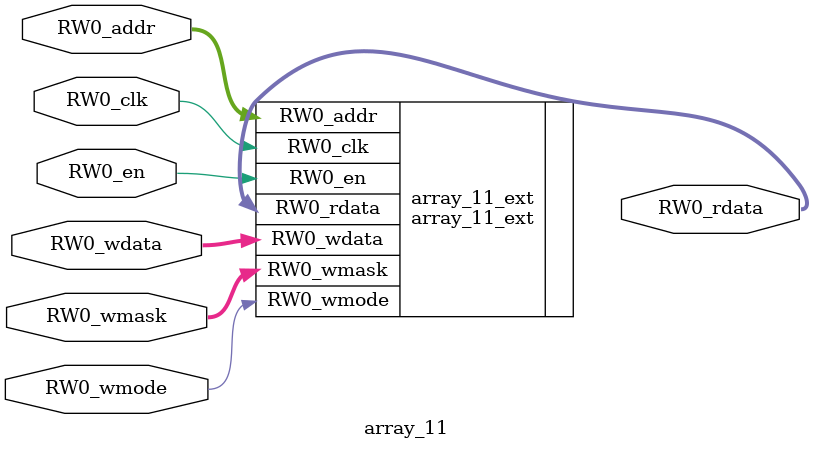
<source format=sv>
`ifndef RANDOMIZE
  `ifdef RANDOMIZE_MEM_INIT
    `define RANDOMIZE
  `endif // RANDOMIZE_MEM_INIT
`endif // not def RANDOMIZE
`ifndef RANDOMIZE
  `ifdef RANDOMIZE_REG_INIT
    `define RANDOMIZE
  `endif // RANDOMIZE_REG_INIT
`endif // not def RANDOMIZE

`ifndef RANDOM
  `define RANDOM $random
`endif // not def RANDOM

// Users can define INIT_RANDOM as general code that gets injected into the
// initializer block for modules with registers.
`ifndef INIT_RANDOM
  `define INIT_RANDOM
`endif // not def INIT_RANDOM

// If using random initialization, you can also define RANDOMIZE_DELAY to
// customize the delay used, otherwise 0.002 is used.
`ifndef RANDOMIZE_DELAY
  `define RANDOMIZE_DELAY 0.002
`endif // not def RANDOMIZE_DELAY

// Define INIT_RANDOM_PROLOG_ for use in our modules below.
`ifndef INIT_RANDOM_PROLOG_
  `ifdef RANDOMIZE
    `ifdef VERILATOR
      `define INIT_RANDOM_PROLOG_ `INIT_RANDOM
    `else  // VERILATOR
      `define INIT_RANDOM_PROLOG_ `INIT_RANDOM #`RANDOMIZE_DELAY begin end
    `endif // VERILATOR
  `else  // RANDOMIZE
    `define INIT_RANDOM_PROLOG_
  `endif // RANDOMIZE
`endif // not def INIT_RANDOM_PROLOG_

// Include register initializers in init blocks unless synthesis is set
`ifndef SYNTHESIS
  `ifndef ENABLE_INITIAL_REG_
    `define ENABLE_INITIAL_REG_
  `endif // not def ENABLE_INITIAL_REG_
`endif // not def SYNTHESIS

// Include rmemory initializers in init blocks unless synthesis is set
`ifndef SYNTHESIS
  `ifndef ENABLE_INITIAL_MEM_
    `define ENABLE_INITIAL_MEM_
  `endif // not def ENABLE_INITIAL_MEM_
`endif // not def SYNTHESIS

module array_11(
  input  [5:0]   RW0_addr,
  input          RW0_en,
  input          RW0_clk,
  input          RW0_wmode,
  input  [113:0] RW0_wdata,
  output [113:0] RW0_rdata,
  input  [1:0]   RW0_wmask
);

  array_11_ext array_11_ext (
    .RW0_addr  (RW0_addr),
    .RW0_en    (RW0_en),
    .RW0_clk   (RW0_clk),
    .RW0_wmode (RW0_wmode),
    .RW0_wdata (RW0_wdata),
    .RW0_rdata (RW0_rdata),
    .RW0_wmask (RW0_wmask)
  );
endmodule


</source>
